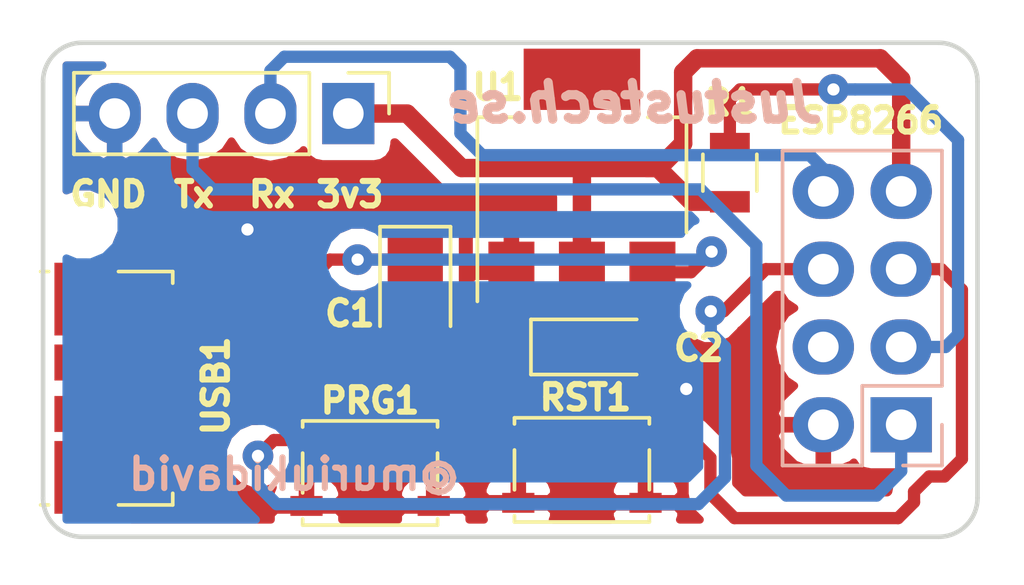
<source format=kicad_pcb>
(kicad_pcb (version 4) (host pcbnew 4.0.7)

  (general
    (links 0)
    (no_connects 0)
    (area 57.074999 93.015999 87.705001 109.295001)
    (thickness 1.6)
    (drawings 14)
    (tracks 107)
    (zones 0)
    (modules 12)
    (nets 9)
  )

  (page User 148.006 210.007)
  (title_block
    (title "LiPo Charger")
    (date 2018-09-21)
    (rev 1)
    (company Sign-IO)
    (comment 1 @muriukidavid)
    (comment 4 Karibe)
  )

  (layers
    (0 F.Cu signal)
    (31 B.Cu signal)
    (32 B.Adhes user)
    (33 F.Adhes user)
    (34 B.Paste user)
    (35 F.Paste user)
    (36 B.SilkS user)
    (37 F.SilkS user)
    (38 B.Mask user)
    (39 F.Mask user)
    (40 Dwgs.User user)
    (41 Cmts.User user)
    (42 Eco1.User user)
    (43 Eco2.User user)
    (44 Edge.Cuts user)
    (45 Margin user)
    (46 B.CrtYd user)
    (47 F.CrtYd user)
    (48 B.Fab user hide)
    (49 F.Fab user hide)
  )

  (setup
    (last_trace_width 0.4)
    (trace_clearance 0.2)
    (zone_clearance 0.508)
    (zone_45_only no)
    (trace_min 0.2)
    (segment_width 0.2)
    (edge_width 0.15)
    (via_size 0.6)
    (via_drill 0.4)
    (via_min_size 0.4)
    (via_min_drill 0.3)
    (uvia_size 0.3)
    (uvia_drill 0.1)
    (uvias_allowed no)
    (uvia_min_size 0.2)
    (uvia_min_drill 0.1)
    (pcb_text_width 0.3)
    (pcb_text_size 1.5 1.5)
    (mod_edge_width 0.15)
    (mod_text_size 1 1)
    (mod_text_width 0.15)
    (pad_size 1.2 1.2)
    (pad_drill 1.2)
    (pad_to_mask_clearance 0)
    (aux_axis_origin 0 0)
    (visible_elements FFFFEF7F)
    (pcbplotparams
      (layerselection 0x010fc_80000001)
      (usegerberextensions true)
      (excludeedgelayer true)
      (linewidth 0.100000)
      (plotframeref false)
      (viasonmask false)
      (mode 1)
      (useauxorigin false)
      (hpglpennumber 1)
      (hpglpenspeed 20)
      (hpglpendiameter 15)
      (hpglpenoverlay 2)
      (psnegative false)
      (psa4output false)
      (plotreference true)
      (plotvalue true)
      (plotinvisibletext false)
      (padsonsilk false)
      (subtractmaskfromsilk false)
      (outputformat 1)
      (mirror false)
      (drillshape 0)
      (scaleselection 1)
      (outputdirectory espTestGerbers))
  )

  (net 0 "")
  (net 1 GND)
  (net 2 3v3)
  (net 3 CH_EN)
  (net 4 GPIO0)
  (net 5 Tx)
  (net 6 Rx)
  (net 7 RST)
  (net 8 "Net-(C1-Pad1)")

  (net_class Default "This is the default net class."
    (clearance 0.2)
    (trace_width 0.4)
    (via_dia 0.6)
    (via_drill 0.4)
    (uvia_dia 0.3)
    (uvia_drill 0.1)
    (add_net CH_EN)
    (add_net GND)
    (add_net GPIO0)
    (add_net "Net-(C1-Pad1)")
    (add_net RST)
    (add_net Rx)
    (add_net Tx)
  )

  (net_class power ""
    (clearance 0.2)
    (trace_width 0.6)
    (via_dia 1.5)
    (via_drill 1)
    (uvia_dia 0.3)
    (uvia_drill 0.1)
    (add_net 3v3)
  )

  (module Connectors_USB:USB_Micro-B_Molex_47346-0001 (layer F.Cu) (tedit 5C101852) (tstamp 5B99B171)
    (at 58.4708 104.3699 270)
    (descr "Micro USB B receptable with flange, bottom-mount, SMD, right-angle (http://www.molex.com/pdm_docs/sd/473460001_sd.pdf)")
    (tags "Micro B USB SMD")
    (path /5B999852)
    (attr smd)
    (fp_text reference USB1 (at -0.0775 -4.318 270) (layer F.SilkS)
      (effects (font (size 0.8 0.8) (thickness 0.2)))
    )
    (fp_text value USB_B_Micro (at 0 3.4 450) (layer F.Fab)
      (effects (font (size 1 1) (thickness 0.15)))
    )
    (fp_text user "PCB Edge" (at 0 1.47 450) (layer Dwgs.User)
      (effects (font (size 0.4 0.4) (thickness 0.04)))
    )
    (fp_text user %R (at 0 0 270) (layer F.Fab)
      (effects (font (size 1 1) (thickness 0.15)))
    )
    (fp_line (start 3.81 -2.91) (end 3.43 -2.91) (layer F.SilkS) (width 0.12))
    (fp_line (start 4.6 2.7) (end -4.6 2.7) (layer F.CrtYd) (width 0.05))
    (fp_line (start 4.6 -3.9) (end 4.6 2.7) (layer F.CrtYd) (width 0.05))
    (fp_line (start -4.6 -3.9) (end 4.6 -3.9) (layer F.CrtYd) (width 0.05))
    (fp_line (start -4.6 2.7) (end -4.6 -3.9) (layer F.CrtYd) (width 0.05))
    (fp_line (start 3.75 2.15) (end -3.75 2.15) (layer F.Fab) (width 0.1))
    (fp_line (start 3.75 -2.85) (end 3.75 2.15) (layer F.Fab) (width 0.1))
    (fp_line (start -3.75 -2.85) (end 3.75 -2.85) (layer F.Fab) (width 0.1))
    (fp_line (start -3.75 2.15) (end -3.75 -2.85) (layer F.Fab) (width 0.1))
    (fp_line (start 3.81 1.14) (end 3.81 1.4) (layer F.SilkS) (width 0.12))
    (fp_line (start 3.81 -2.91) (end 3.81 -1.14) (layer F.SilkS) (width 0.12))
    (fp_line (start -3.81 -2.91) (end -3.43 -2.91) (layer F.SilkS) (width 0.12))
    (fp_line (start -3.81 -1.14) (end -3.81 -2.91) (layer F.SilkS) (width 0.12))
    (fp_line (start -3.81 1.4) (end -3.81 1.14) (layer F.SilkS) (width 0.12))
    (fp_line (start -3.25 1.45) (end 3.25 1.45) (layer F.Fab) (width 0.1))
    (pad 1 smd rect (at -1.3 -2.66 270) (size 0.45 1.38) (layers F.Cu F.Paste F.Mask)
      (net 8 "Net-(C1-Pad1)"))
    (pad 2 smd rect (at -0.65 -2.66 270) (size 0.45 1.38) (layers F.Cu F.Paste F.Mask))
    (pad 3 smd rect (at 0 -2.66 270) (size 0.45 1.38) (layers F.Cu F.Paste F.Mask))
    (pad 4 smd rect (at 0.65 -2.66 270) (size 0.45 1.38) (layers F.Cu F.Paste F.Mask))
    (pad 5 smd rect (at 1.3 -2.66 270) (size 0.45 1.38) (layers F.Cu F.Paste F.Mask)
      (net 1 GND))
    (pad 6 smd rect (at -2.4625 -2.3 270) (size 1.475 2.1) (layers F.Cu F.Paste F.Mask)
      (net 1 GND))
    (pad 6 smd rect (at 2.4625 -2.3 270) (size 1.475 2.1) (layers F.Cu F.Paste F.Mask)
      (net 1 GND))
    (pad 6 smd rect (at -2.91 0 270) (size 2.375 1.9) (layers F.Cu F.Paste F.Mask)
      (net 1 GND))
    (pad 6 smd rect (at 2.91 0 270) (size 2.375 1.9) (layers F.Cu F.Paste F.Mask)
      (net 1 GND))
    (pad 6 smd rect (at -0.84 0 270) (size 1.175 1.9) (layers F.Cu F.Paste F.Mask)
      (net 1 GND))
    (pad 6 smd rect (at 0.84 0 270) (size 1.175 1.9) (layers F.Cu F.Paste F.Mask)
      (net 1 GND))
    (model ${KISYS3DMOD}/Connectors_USB.3dshapes/USB_Micro-B_Molex_47346-0001.wrl
      (at (xyz 0 0 0))
      (scale (xyz 1 1 1))
      (rotate (xyz 0 0 0))
    )
  )

  (module Pin_Headers:Pin_Header_Straight_1x04_Pitch2.54mm (layer F.Cu) (tedit 5C101793) (tstamp 5B99B61C)
    (at 67.1068 95.4024 270)
    (descr "Through hole straight pin header, 1x04, 2.54mm pitch, single row")
    (tags "Through hole pin header THT 1x04 2.54mm single row")
    (path /5B99BAB5)
    (fp_text reference UART_COMM1 (at -1.8034 2.4003 360) (layer F.SilkS) hide
      (effects (font (size 0.6 0.6) (thickness 0.15)))
    )
    (fp_text value Conn_01x04 (at 0 9.95 270) (layer F.Fab)
      (effects (font (size 1 1) (thickness 0.15)))
    )
    (fp_line (start -0.635 -1.27) (end 1.27 -1.27) (layer F.Fab) (width 0.1))
    (fp_line (start 1.27 -1.27) (end 1.27 8.89) (layer F.Fab) (width 0.1))
    (fp_line (start 1.27 8.89) (end -1.27 8.89) (layer F.Fab) (width 0.1))
    (fp_line (start -1.27 8.89) (end -1.27 -0.635) (layer F.Fab) (width 0.1))
    (fp_line (start -1.27 -0.635) (end -0.635 -1.27) (layer F.Fab) (width 0.1))
    (fp_line (start -1.33 8.95) (end 1.33 8.95) (layer F.SilkS) (width 0.12))
    (fp_line (start -1.33 1.27) (end -1.33 8.95) (layer F.SilkS) (width 0.12))
    (fp_line (start 1.33 1.27) (end 1.33 8.95) (layer F.SilkS) (width 0.12))
    (fp_line (start -1.33 1.27) (end 1.33 1.27) (layer F.SilkS) (width 0.12))
    (fp_line (start -1.33 0) (end -1.33 -1.33) (layer F.SilkS) (width 0.12))
    (fp_line (start -1.33 -1.33) (end 0 -1.33) (layer F.SilkS) (width 0.12))
    (fp_line (start -1.8 -1.8) (end -1.8 9.4) (layer F.CrtYd) (width 0.05))
    (fp_line (start -1.8 9.4) (end 1.8 9.4) (layer F.CrtYd) (width 0.05))
    (fp_line (start 1.8 9.4) (end 1.8 -1.8) (layer F.CrtYd) (width 0.05))
    (fp_line (start 1.8 -1.8) (end -1.8 -1.8) (layer F.CrtYd) (width 0.05))
    (fp_text user %R (at 0 3.81 360) (layer F.Fab)
      (effects (font (size 1 1) (thickness 0.15)))
    )
    (pad 1 thru_hole rect (at 0 0 270) (size 2 1.7) (drill 1) (layers *.Cu *.Mask)
      (net 2 3v3))
    (pad 2 thru_hole oval (at 0 2.54 270) (size 2 1.7) (drill 1) (layers *.Cu *.Mask)
      (net 6 Rx))
    (pad 3 thru_hole oval (at 0 5.08 270) (size 2 1.7) (drill 1) (layers *.Cu *.Mask)
      (net 5 Tx))
    (pad 4 thru_hole oval (at 0 7.62 270) (size 2 1.7) (drill 1) (layers *.Cu *.Mask)
      (net 1 GND))
    (model ${KISYS3DMOD}/Pin_Headers.3dshapes/Pin_Header_Straight_1x04_Pitch2.54mm.wrl
      (at (xyz 0 0 0))
      (scale (xyz 1 1 1))
      (rotate (xyz 0 0 0))
    )
  )

  (module Buttons_Switches_SMD:SW_SPST_PTS810 (layer F.Cu) (tedit 5C101835) (tstamp 5B99B62F)
    (at 74.7268 107.0356)
    (descr "C&K Components, PTS 810 Series, Microminiature SMT Top Actuated, http://www.ckswitches.com/media/1476/pts810.pdf")
    (tags "SPST Button Switch")
    (path /5B99BEE0)
    (attr smd)
    (fp_text reference RST1 (at 0.1143 -2.3622 180) (layer F.SilkS)
      (effects (font (size 0.8 0.8) (thickness 0.2)))
    )
    (fp_text value SW_SPST (at 0 2.6) (layer F.Fab)
      (effects (font (size 1 1) (thickness 0.15)))
    )
    (fp_line (start -2.85 -1.85) (end 2.85 -1.85) (layer F.CrtYd) (width 0.05))
    (fp_line (start -2.85 1.85) (end -2.85 -1.85) (layer F.CrtYd) (width 0.05))
    (fp_line (start 2.85 1.85) (end -2.85 1.85) (layer F.CrtYd) (width 0.05))
    (fp_line (start 2.85 -1.85) (end 2.85 1.85) (layer F.CrtYd) (width 0.05))
    (fp_text user %R (at 0 0) (layer F.Fab)
      (effects (font (size 0.6 0.6) (thickness 0.06)))
    )
    (fp_line (start 2.2 -1.5) (end 2.2 -1.7) (layer F.SilkS) (width 0.12))
    (fp_line (start 2.2 0.65) (end 2.2 -0.65) (layer F.SilkS) (width 0.12))
    (fp_line (start 2.2 1.7) (end 2.2 1.5) (layer F.SilkS) (width 0.12))
    (fp_line (start -2.2 1.7) (end 2.2 1.7) (layer F.SilkS) (width 0.12))
    (fp_line (start -2.2 1.5) (end -2.2 1.7) (layer F.SilkS) (width 0.12))
    (fp_line (start -2.2 -0.65) (end -2.2 0.65) (layer F.SilkS) (width 0.12))
    (fp_line (start -2.2 -1.7) (end -2.2 -1.5) (layer F.SilkS) (width 0.12))
    (fp_line (start 2.2 -1.7) (end -2.2 -1.7) (layer F.SilkS) (width 0.12))
    (fp_line (start 0.4 1.1) (end -0.4 1.1) (layer F.Fab) (width 0.1))
    (fp_line (start -0.4 -1.1) (end 0.4 -1.1) (layer F.Fab) (width 0.1))
    (fp_arc (start -0.4 0) (end -0.4 1.1) (angle 180) (layer F.Fab) (width 0.1))
    (fp_line (start -2.1 1.6) (end 2.1 1.6) (layer F.Fab) (width 0.1))
    (fp_line (start -2.1 -1.6) (end -2.1 1.6) (layer F.Fab) (width 0.1))
    (fp_line (start 2.1 -1.6) (end -2.1 -1.6) (layer F.Fab) (width 0.1))
    (fp_line (start 2.1 1.6) (end 2.1 -1.6) (layer F.Fab) (width 0.1))
    (fp_arc (start 0.4 0) (end 0.4 -1.1) (angle 180) (layer F.Fab) (width 0.1))
    (pad 1 smd rect (at -2.075 -1.075) (size 1.05 0.65) (layers F.Cu F.Paste F.Mask)
      (net 7 RST))
    (pad 1 smd rect (at 2.075 -1.075) (size 1.05 0.65) (layers F.Cu F.Paste F.Mask)
      (net 7 RST))
    (pad 2 smd rect (at -2.075 1.075) (size 1.05 0.65) (layers F.Cu F.Paste F.Mask)
      (net 1 GND))
    (pad 2 smd rect (at 2.075 1.075) (size 1.05 0.65) (layers F.Cu F.Paste F.Mask)
      (net 1 GND))
    (model "/home/muriuki/src/just-us/circuit_board/ESP8266_test/3D_models/User Library-PTS810_Body_sp.wrl"
      (at (xyz 0 0 0))
      (scale (xyz 1 1 1))
      (rotate (xyz 0 0 0))
    )
  )

  (module TO_SOT_Packages_SMD:SOT-223 (layer F.Cu) (tedit 5C101923) (tstamp 5B99BB07)
    (at 74.7268 97.4344 90)
    (descr "module CMS SOT223 4 pins")
    (tags "CMS SOT")
    (path /5C377BC8)
    (attr smd)
    (fp_text reference U1 (at 2.8956 -2.7432 180) (layer F.SilkS)
      (effects (font (size 0.8 0.8) (thickness 0.2)))
    )
    (fp_text value LT1117-3.3 (at 0 4.5 90) (layer F.Fab)
      (effects (font (size 1 1) (thickness 0.15)))
    )
    (fp_text user %R (at 0 0 180) (layer F.Fab)
      (effects (font (size 0.8 0.8) (thickness 0.12)))
    )
    (fp_line (start -1.85 -2.3) (end -0.8 -3.35) (layer F.Fab) (width 0.1))
    (fp_line (start 1.91 3.41) (end 1.91 2.15) (layer F.SilkS) (width 0.12))
    (fp_line (start 1.91 -3.41) (end 1.91 -2.15) (layer F.SilkS) (width 0.12))
    (fp_line (start 4.4 -3.6) (end -4.4 -3.6) (layer F.CrtYd) (width 0.05))
    (fp_line (start 4.4 3.6) (end 4.4 -3.6) (layer F.CrtYd) (width 0.05))
    (fp_line (start -4.4 3.6) (end 4.4 3.6) (layer F.CrtYd) (width 0.05))
    (fp_line (start -4.4 -3.6) (end -4.4 3.6) (layer F.CrtYd) (width 0.05))
    (fp_line (start -1.85 -2.3) (end -1.85 3.35) (layer F.Fab) (width 0.1))
    (fp_line (start -1.85 3.41) (end 1.91 3.41) (layer F.SilkS) (width 0.12))
    (fp_line (start -0.8 -3.35) (end 1.85 -3.35) (layer F.Fab) (width 0.1))
    (fp_line (start -4.1 -3.41) (end 1.91 -3.41) (layer F.SilkS) (width 0.12))
    (fp_line (start -1.85 3.35) (end 1.85 3.35) (layer F.Fab) (width 0.1))
    (fp_line (start 1.85 -3.35) (end 1.85 3.35) (layer F.Fab) (width 0.1))
    (pad 4 smd rect (at 3.15 0 90) (size 2 3.8) (layers F.Cu F.Paste F.Mask))
    (pad 2 smd rect (at -3.15 0 90) (size 2 1.5) (layers F.Cu F.Paste F.Mask)
      (net 2 3v3))
    (pad 3 smd rect (at -3.15 2.3 90) (size 2 1.5) (layers F.Cu F.Paste F.Mask)
      (net 8 "Net-(C1-Pad1)"))
    (pad 1 smd rect (at -3.15 -2.3 90) (size 2 1.5) (layers F.Cu F.Paste F.Mask)
      (net 1 GND))
    (model ${KISYS3DMOD}/TO_SOT_Packages_SMD.3dshapes/SOT-223.wrl
      (at (xyz 0 0 0))
      (scale (xyz 1 1 1))
      (rotate (xyz 0 0 0))
    )
  )

  (module Socket_Strips:Socket_Strip_Straight_2x04_Pitch2.54mm (layer B.Cu) (tedit 5C101884) (tstamp 5B99B187)
    (at 85.1408 105.5624)
    (descr "Through hole straight socket strip, 2x04, 2.54mm pitch, double rows")
    (tags "Through hole socket strip THT 2x04 2.54mm double row")
    (path /5B99949F)
    (fp_text reference ESP8266 (at -1.3208 -9.9314) (layer F.SilkS)
      (effects (font (size 0.8 0.8) (thickness 0.2)))
    )
    (fp_text value Conn_02x04_Odd_Even (at -1.27 -9.95) (layer B.Fab)
      (effects (font (size 1 1) (thickness 0.15)) (justify mirror))
    )
    (fp_line (start -3.81 1.27) (end -3.81 -8.89) (layer B.Fab) (width 0.1))
    (fp_line (start -3.81 -8.89) (end 1.27 -8.89) (layer B.Fab) (width 0.1))
    (fp_line (start 1.27 -8.89) (end 1.27 1.27) (layer B.Fab) (width 0.1))
    (fp_line (start 1.27 1.27) (end -3.81 1.27) (layer B.Fab) (width 0.1))
    (fp_line (start 1.33 -1.27) (end 1.33 -8.95) (layer B.SilkS) (width 0.12))
    (fp_line (start 1.33 -8.95) (end -3.87 -8.95) (layer B.SilkS) (width 0.12))
    (fp_line (start -3.87 -8.95) (end -3.87 1.33) (layer B.SilkS) (width 0.12))
    (fp_line (start -3.87 1.33) (end -1.27 1.33) (layer B.SilkS) (width 0.12))
    (fp_line (start -1.27 1.33) (end -1.27 -1.27) (layer B.SilkS) (width 0.12))
    (fp_line (start -1.27 -1.27) (end 1.33 -1.27) (layer B.SilkS) (width 0.12))
    (fp_line (start 1.33 0) (end 1.33 1.33) (layer B.SilkS) (width 0.12))
    (fp_line (start 1.33 1.33) (end 0.06 1.33) (layer B.SilkS) (width 0.12))
    (fp_line (start -4.35 1.8) (end -4.35 -9.4) (layer B.CrtYd) (width 0.05))
    (fp_line (start -4.35 -9.4) (end 1.8 -9.4) (layer B.CrtYd) (width 0.05))
    (fp_line (start 1.8 -9.4) (end 1.8 1.8) (layer B.CrtYd) (width 0.05))
    (fp_line (start 1.8 1.8) (end -4.35 1.8) (layer B.CrtYd) (width 0.05))
    (fp_text user %R (at -1.27 2.33) (layer B.Fab)
      (effects (font (size 1 1) (thickness 0.15)) (justify mirror))
    )
    (pad 1 thru_hole rect (at 0 0) (size 2 1.8) (drill 1) (layers *.Cu *.Mask)
      (net 5 Tx))
    (pad 2 thru_hole oval (at -2.54 0) (size 2 1.8) (drill 1) (layers *.Cu *.Mask)
      (net 1 GND))
    (pad 3 thru_hole oval (at 0 -2.54) (size 2 1.8) (drill 1) (layers *.Cu *.Mask)
      (net 3 CH_EN))
    (pad 4 thru_hole oval (at -2.54 -2.54) (size 2 1.8) (drill 1) (layers *.Cu *.Mask))
    (pad 5 thru_hole oval (at 0 -5.08) (size 2 1.8) (drill 1) (layers *.Cu *.Mask)
      (net 7 RST))
    (pad 6 thru_hole oval (at -2.54 -5.08) (size 2 1.8) (drill 1) (layers *.Cu *.Mask)
      (net 4 GPIO0))
    (pad 7 thru_hole oval (at 0 -7.62) (size 2 1.8) (drill 1) (layers *.Cu *.Mask)
      (net 2 3v3))
    (pad 8 thru_hole oval (at -2.54 -7.62) (size 2 1.8) (drill 1) (layers *.Cu *.Mask)
      (net 6 Rx))
    (model ${KISYS3DMOD}/Socket_Strips.3dshapes/Socket_Strip_Straight_2x04_Pitch2.54mm.wrl
      (at (xyz -0.05 -0.15 -0.08))
      (scale (xyz 1 1 1))
      (rotate (xyz 0 180 270))
    )
  )

  (module Mounting_Holes:MountingHole_2.2mm_M2 (layer F.Cu) (tedit 5BEBE721) (tstamp 5BFDCB21)
    (at 58.4708 99.0219)
    (descr "Mounting Hole 2.2mm, no annular, M2")
    (tags "mounting hole 2.2mm no annular m2")
    (path /5BEBE4ED)
    (attr virtual)
    (fp_text reference MK1 (at 0 -3.2) (layer F.SilkS) hide
      (effects (font (size 1 1) (thickness 0.15)))
    )
    (fp_text value Mounting_Hole (at 0 3.2) (layer F.Fab)
      (effects (font (size 1 1) (thickness 0.15)))
    )
    (fp_text user %R (at 0.3 0) (layer F.Fab)
      (effects (font (size 1 1) (thickness 0.15)))
    )
    (fp_circle (center 0 0) (end 2.2 0) (layer Cmts.User) (width 0.15))
    (fp_circle (center 0 0) (end 2.45 0) (layer F.CrtYd) (width 0.05))
    (pad "" np_thru_hole circle (at 0 0) (size 1.2 1.2) (drill 1.2) (layers *.Cu *.Mask))
  )

  (module Mounting_Holes:MountingHole_2.2mm_M2 (layer F.Cu) (tedit 5BEBE71D) (tstamp 5BFDCB29)
    (at 86.6775 94.1705)
    (descr "Mounting Hole 2.2mm, no annular, M2")
    (tags "mounting hole 2.2mm no annular m2")
    (path /5BEBE69C)
    (attr virtual)
    (fp_text reference MK2 (at 0 -3.2) (layer F.SilkS) hide
      (effects (font (size 1 1) (thickness 0.15)))
    )
    (fp_text value Mounting_Hole (at 0 3.2) (layer F.Fab)
      (effects (font (size 1 1) (thickness 0.15)))
    )
    (fp_text user %R (at 0.3 0) (layer F.Fab)
      (effects (font (size 1 1) (thickness 0.15)))
    )
    (fp_circle (center 0 0) (end 2.2 0) (layer Cmts.User) (width 0.15))
    (fp_circle (center 0 0) (end 2.45 0) (layer F.CrtYd) (width 0.05))
    (pad "" np_thru_hole circle (at 0 0) (size 1.2 1.2) (drill 1.2) (layers *.Cu *.Mask))
  )

  (module Mounting_Holes:MountingHole_2.2mm_M2 (layer F.Cu) (tedit 5BEBE718) (tstamp 5BFDCB31)
    (at 86.614 108.331)
    (descr "Mounting Hole 2.2mm, no annular, M2")
    (tags "mounting hole 2.2mm no annular m2")
    (path /5BEBE6D1)
    (attr virtual)
    (fp_text reference MK3 (at 0 -3.2) (layer F.SilkS) hide
      (effects (font (size 1 1) (thickness 0.15)))
    )
    (fp_text value Mounting_Hole (at 0 3.2) (layer F.Fab)
      (effects (font (size 1 1) (thickness 0.15)))
    )
    (fp_text user %R (at 0.3 0) (layer F.Fab)
      (effects (font (size 1 1) (thickness 0.15)))
    )
    (fp_circle (center 0 0) (end 2.2 0) (layer Cmts.User) (width 0.15))
    (fp_circle (center 0 0) (end 2.45 0) (layer F.CrtYd) (width 0.05))
    (pad "" np_thru_hole circle (at 0 0) (size 1.2 1.2) (drill 1.2) (layers *.Cu *.Mask))
  )

  (module Capacitors_Tantalum_SMD:CP_Tantalum_Case-R_EIA-2012-12_Reflow (layer F.Cu) (tedit 5C10DE84) (tstamp 5C10DD46)
    (at 69.2912 101.346 270)
    (descr "Tantalum capacitor, Case R, EIA 2012-12, 2.0x1.3x1.2mm, Reflow soldering footprint")
    (tags "capacitor tantalum smd")
    (path /5B9998B7)
    (attr smd)
    (fp_text reference C1 (at 0.5842 2.1336 360) (layer F.SilkS)
      (effects (font (size 0.8 0.8) (thickness 0.2)))
    )
    (fp_text value 0.1uF (at 0 2.4 270) (layer F.Fab)
      (effects (font (size 1 1) (thickness 0.15)))
    )
    (fp_text user %R (at 0 0 270) (layer F.Fab)
      (effects (font (size 0.5 0.5) (thickness 0.075)))
    )
    (fp_line (start -2.35 -1.3) (end -2.35 1.3) (layer F.CrtYd) (width 0.05))
    (fp_line (start -2.35 1.3) (end 2.35 1.3) (layer F.CrtYd) (width 0.05))
    (fp_line (start 2.35 1.3) (end 2.35 -1.3) (layer F.CrtYd) (width 0.05))
    (fp_line (start 2.35 -1.3) (end -2.35 -1.3) (layer F.CrtYd) (width 0.05))
    (fp_line (start -1 -0.65) (end -1 0.65) (layer F.Fab) (width 0.1))
    (fp_line (start -1 0.65) (end 1 0.65) (layer F.Fab) (width 0.1))
    (fp_line (start 1 0.65) (end 1 -0.65) (layer F.Fab) (width 0.1))
    (fp_line (start 1 -0.65) (end -1 -0.65) (layer F.Fab) (width 0.1))
    (fp_line (start -0.8 -0.65) (end -0.8 0.65) (layer F.Fab) (width 0.1))
    (fp_line (start -0.7 -0.65) (end -0.7 0.65) (layer F.Fab) (width 0.1))
    (fp_line (start -2.25 -1.15) (end 1 -1.15) (layer F.SilkS) (width 0.12))
    (fp_line (start -2.25 1.15) (end 1 1.15) (layer F.SilkS) (width 0.12))
    (fp_line (start -2.25 -1.15) (end -2.25 1.15) (layer F.SilkS) (width 0.12))
    (pad 1 smd rect (at -1.175 0 270) (size 1.55 1.8) (layers F.Cu F.Paste F.Mask)
      (net 8 "Net-(C1-Pad1)"))
    (pad 2 smd rect (at 1.175 0 270) (size 1.55 1.8) (layers F.Cu F.Paste F.Mask)
      (net 1 GND))
    (model Capacitors_Tantalum_SMD.3dshapes/CP_Tantalum_Case-R_EIA-2012-12.wrl
      (at (xyz 0 0 0))
      (scale (xyz 1 1 1))
      (rotate (xyz 0 0 0))
    )
  )

  (module Capacitors_Tantalum_SMD:CP_Tantalum_Case-R_EIA-2012-12_Wave (layer F.Cu) (tedit 5C113259) (tstamp 5C10DF9D)
    (at 75.5142 103.0224)
    (descr "Tantalum capacitor, Case R, EIA 2012-12, 2.0x1.3x1.2mm, Wave soldering footprint")
    (tags "capacitor tantalum smd")
    (path /5B99993C)
    (attr smd)
    (fp_text reference C2 (at 3.0226 0.0381) (layer F.SilkS)
      (effects (font (size 0.8 0.8) (thickness 0.2)))
    )
    (fp_text value 0.1uF (at 0 2.4) (layer F.Fab)
      (effects (font (size 1 1) (thickness 0.15)))
    )
    (fp_text user %R (at 0 0) (layer F.Fab)
      (effects (font (size 0.5 0.5) (thickness 0.075)))
    )
    (fp_line (start -2.5 -1.05) (end -2.5 1.05) (layer F.CrtYd) (width 0.05))
    (fp_line (start -2.5 1.05) (end 2.5 1.05) (layer F.CrtYd) (width 0.05))
    (fp_line (start 2.5 1.05) (end 2.5 -1.05) (layer F.CrtYd) (width 0.05))
    (fp_line (start 2.5 -1.05) (end -2.5 -1.05) (layer F.CrtYd) (width 0.05))
    (fp_line (start -1 -0.65) (end -1 0.65) (layer F.Fab) (width 0.1))
    (fp_line (start -1 0.65) (end 1 0.65) (layer F.Fab) (width 0.1))
    (fp_line (start 1 0.65) (end 1 -0.65) (layer F.Fab) (width 0.1))
    (fp_line (start 1 -0.65) (end -1 -0.65) (layer F.Fab) (width 0.1))
    (fp_line (start -0.8 -0.65) (end -0.8 0.65) (layer F.Fab) (width 0.1))
    (fp_line (start -0.7 -0.65) (end -0.7 0.65) (layer F.Fab) (width 0.1))
    (fp_line (start -2.45 -0.9) (end 1 -0.9) (layer F.SilkS) (width 0.12))
    (fp_line (start -2.45 0.9) (end 1 0.9) (layer F.SilkS) (width 0.12))
    (fp_line (start -2.45 -0.9) (end -2.45 0.9) (layer F.SilkS) (width 0.12))
    (pad 1 smd rect (at -1.275 0) (size 1.75 1.26) (layers F.Cu F.Paste F.Mask)
      (net 2 3v3))
    (pad 2 smd rect (at 1.275 0) (size 1.75 1.26) (layers F.Cu F.Paste F.Mask)
      (net 1 GND))
    (model Capacitors_Tantalum_SMD.3dshapes/CP_Tantalum_Case-R_EIA-2012-12.wrl
      (at (xyz 0 0 0))
      (scale (xyz 1 1 1))
      (rotate (xyz 0 0 0))
    )
  )

  (module Resistors_SMD:R_0805 (layer F.Cu) (tedit 5C10DFD6) (tstamp 5C10DFA2)
    (at 79.5528 97.3328 90)
    (descr "Resistor SMD 0805, reflow soldering, Vishay (see dcrcw.pdf)")
    (tags "resistor 0805")
    (path /5B99A668)
    (attr smd)
    (fp_text reference R1 (at 2.286 0 180) (layer F.SilkS)
      (effects (font (size 0.8 0.8) (thickness 0.2)))
    )
    (fp_text value 10K (at 0 1.75 90) (layer F.Fab)
      (effects (font (size 1 1) (thickness 0.15)))
    )
    (fp_text user %R (at 0 0 90) (layer F.Fab)
      (effects (font (size 0.5 0.5) (thickness 0.075)))
    )
    (fp_line (start -1 0.62) (end -1 -0.62) (layer F.Fab) (width 0.1))
    (fp_line (start 1 0.62) (end -1 0.62) (layer F.Fab) (width 0.1))
    (fp_line (start 1 -0.62) (end 1 0.62) (layer F.Fab) (width 0.1))
    (fp_line (start -1 -0.62) (end 1 -0.62) (layer F.Fab) (width 0.1))
    (fp_line (start 0.6 0.88) (end -0.6 0.88) (layer F.SilkS) (width 0.12))
    (fp_line (start -0.6 -0.88) (end 0.6 -0.88) (layer F.SilkS) (width 0.12))
    (fp_line (start -1.55 -0.9) (end 1.55 -0.9) (layer F.CrtYd) (width 0.05))
    (fp_line (start -1.55 -0.9) (end -1.55 0.9) (layer F.CrtYd) (width 0.05))
    (fp_line (start 1.55 0.9) (end 1.55 -0.9) (layer F.CrtYd) (width 0.05))
    (fp_line (start 1.55 0.9) (end -1.55 0.9) (layer F.CrtYd) (width 0.05))
    (pad 1 smd rect (at -0.95 0 90) (size 0.7 1.3) (layers F.Cu F.Paste F.Mask)
      (net 2 3v3))
    (pad 2 smd rect (at 0.95 0 90) (size 0.7 1.3) (layers F.Cu F.Paste F.Mask)
      (net 3 CH_EN))
    (model ${KISYS3DMOD}/Resistors_SMD.3dshapes/R_0805.wrl
      (at (xyz 0 0 0))
      (scale (xyz 1 1 1))
      (rotate (xyz 0 0 0))
    )
  )

  (module Buttons_Switches_SMD:SW_SPST_PTS810 (layer F.Cu) (tedit 5C11354B) (tstamp 5C11320A)
    (at 67.818 107.1372)
    (descr "C&K Components, PTS 810 Series, Microminiature SMT Top Actuated, http://www.ckswitches.com/media/1476/pts810.pdf")
    (tags "SPST Button Switch")
    (path /5B99A99A)
    (attr smd)
    (fp_text reference PRG1 (at 0 -2.3622) (layer F.SilkS)
      (effects (font (size 0.8 0.8) (thickness 0.2)))
    )
    (fp_text value SW_SPST (at 0 2.6) (layer F.Fab)
      (effects (font (size 1 1) (thickness 0.15)))
    )
    (fp_line (start -2.85 -1.85) (end 2.85 -1.85) (layer F.CrtYd) (width 0.05))
    (fp_line (start -2.85 1.85) (end -2.85 -1.85) (layer F.CrtYd) (width 0.05))
    (fp_line (start 2.85 1.85) (end -2.85 1.85) (layer F.CrtYd) (width 0.05))
    (fp_line (start 2.85 -1.85) (end 2.85 1.85) (layer F.CrtYd) (width 0.05))
    (fp_text user %R (at 0 0) (layer F.Fab)
      (effects (font (size 0.6 0.6) (thickness 0.06)))
    )
    (fp_line (start 2.2 -1.5) (end 2.2 -1.7) (layer F.SilkS) (width 0.12))
    (fp_line (start 2.2 0.65) (end 2.2 -0.65) (layer F.SilkS) (width 0.12))
    (fp_line (start 2.2 1.7) (end 2.2 1.5) (layer F.SilkS) (width 0.12))
    (fp_line (start -2.2 1.7) (end 2.2 1.7) (layer F.SilkS) (width 0.12))
    (fp_line (start -2.2 1.5) (end -2.2 1.7) (layer F.SilkS) (width 0.12))
    (fp_line (start -2.2 -0.65) (end -2.2 0.65) (layer F.SilkS) (width 0.12))
    (fp_line (start -2.2 -1.7) (end -2.2 -1.5) (layer F.SilkS) (width 0.12))
    (fp_line (start 2.2 -1.7) (end -2.2 -1.7) (layer F.SilkS) (width 0.12))
    (fp_line (start 0.4 1.1) (end -0.4 1.1) (layer F.Fab) (width 0.1))
    (fp_line (start -0.4 -1.1) (end 0.4 -1.1) (layer F.Fab) (width 0.1))
    (fp_arc (start -0.4 0) (end -0.4 1.1) (angle 180) (layer F.Fab) (width 0.1))
    (fp_line (start -2.1 1.6) (end 2.1 1.6) (layer F.Fab) (width 0.1))
    (fp_line (start -2.1 -1.6) (end -2.1 1.6) (layer F.Fab) (width 0.1))
    (fp_line (start 2.1 -1.6) (end -2.1 -1.6) (layer F.Fab) (width 0.1))
    (fp_line (start 2.1 1.6) (end 2.1 -1.6) (layer F.Fab) (width 0.1))
    (fp_arc (start 0.4 0) (end 0.4 -1.1) (angle 180) (layer F.Fab) (width 0.1))
    (pad 1 smd rect (at -2.075 -1.075) (size 1.05 0.65) (layers F.Cu F.Paste F.Mask)
      (net 4 GPIO0))
    (pad 1 smd rect (at 2.075 -1.075) (size 1.05 0.65) (layers F.Cu F.Paste F.Mask)
      (net 4 GPIO0))
    (pad 2 smd rect (at -2.075 1.075) (size 1.05 0.65) (layers F.Cu F.Paste F.Mask)
      (net 1 GND))
    (pad 2 smd rect (at 2.075 1.075) (size 1.05 0.65) (layers F.Cu F.Paste F.Mask)
      (net 1 GND))
    (model "/home/muriuki/src/just-us/circuit_board/ESP8266_test/3D_models/User Library-PTS810_Body_sp.wrl"
      (at (xyz 0 0 0))
      (scale (xyz 1 1 1))
      (rotate (xyz 0 0 0))
    )
  )

  (gr_arc (start 58.42 107.95) (end 58.42 109.22) (angle 90) (layer Edge.Cuts) (width 0.15))
  (gr_arc (start 86.36 107.95) (end 87.63 107.95) (angle 90) (layer Edge.Cuts) (width 0.15))
  (gr_arc (start 86.36 94.361) (end 86.36 93.091) (angle 90) (layer Edge.Cuts) (width 0.15))
  (gr_arc (start 58.42 94.361) (end 57.15 94.361) (angle 90) (layer Edge.Cuts) (width 0.15))
  (gr_text Justustech.se (at 76.454 95.0468) (layer B.SilkS) (tstamp 5C113780)
    (effects (font (size 1.2 1.2) (thickness 0.3) italic) (justify mirror))
  )
  (gr_text @muriukidavid (at 65.3415 107.1753) (layer B.SilkS)
    (effects (font (size 1 1) (thickness 0.2)) (justify mirror))
  )
  (gr_text 3v3 (at 67.1576 98.044) (layer F.SilkS) (tstamp 5B9AD9CA)
    (effects (font (size 0.8 0.8) (thickness 0.2)))
  )
  (gr_text Rx (at 64.6176 98.044) (layer F.SilkS) (tstamp 5B9AD9BE)
    (effects (font (size 0.8 0.8) (thickness 0.2)))
  )
  (gr_text Tx (at 62.0776 98.044) (layer F.SilkS) (tstamp 5B9AD9B2)
    (effects (font (size 0.8 0.8) (thickness 0.2)))
  )
  (gr_text GND (at 59.2836 98.044) (layer F.SilkS)
    (effects (font (size 0.8 0.8) (thickness 0.2)))
  )
  (gr_line (start 86.36 93.091) (end 58.42 93.091) (layer Edge.Cuts) (width 0.15))
  (gr_line (start 87.63 107.95) (end 87.63 94.361) (layer Edge.Cuts) (width 0.15))
  (gr_line (start 58.42 109.22) (end 86.36 109.22) (layer Edge.Cuts) (width 0.15))
  (gr_line (start 57.15 94.361) (end 57.15 107.95) (layer Edge.Cuts) (width 0.15))

  (segment (start 64.317499 99.686999) (end 63.8175 99.187) (width 0.4) (layer B.Cu) (net 1))
  (segment (start 69.0245 104.394) (end 64.317499 99.686999) (width 0.4) (layer B.Cu) (net 1))
  (segment (start 78.1304 104.394) (end 69.0245 104.394) (width 0.4) (layer B.Cu) (net 1))
  (via (at 63.8175 99.187) (size 1) (drill 0.4) (layers F.Cu B.Cu) (net 1))
  (segment (start 78.837506 104.394) (end 78.1304 104.394) (width 0.4) (layer F.Cu) (net 1))
  (via (at 78.1304 104.394) (size 1) (drill 0.4) (layers F.Cu B.Cu) (net 1))
  (segment (start 82.6008 105.5624) (end 80.005906 105.5624) (width 0.4) (layer F.Cu) (net 1))
  (segment (start 80.005906 105.5624) (end 78.837506 104.394) (width 0.4) (layer F.Cu) (net 1))
  (segment (start 58.4708 107.2799) (end 60.3233 107.2799) (width 0.4) (layer F.Cu) (net 1))
  (segment (start 60.3233 107.2799) (end 60.7708 106.8324) (width 0.4) (layer F.Cu) (net 1))
  (segment (start 60.7708 106.8324) (end 60.7708 106.3104) (width 0.4) (layer F.Cu) (net 1))
  (segment (start 60.7708 106.3104) (end 61.0108 106.0704) (width 0.4) (layer F.Cu) (net 1))
  (segment (start 61.0108 106.0704) (end 61.0108 105.7899) (width 0.4) (layer F.Cu) (net 1))
  (segment (start 61.0108 105.7899) (end 61.1308 105.6699) (width 0.4) (layer F.Cu) (net 1))
  (segment (start 85.1408 94.2848) (end 85.1408 97.9424) (width 0.6) (layer F.Cu) (net 2))
  (segment (start 84.455 93.599) (end 85.1408 94.2848) (width 0.6) (layer F.Cu) (net 2))
  (segment (start 78.486 93.599) (end 84.455 93.599) (width 0.6) (layer F.Cu) (net 2))
  (segment (start 78.0288 94.0562) (end 78.486 93.599) (width 0.6) (layer F.Cu) (net 2))
  (segment (start 78.0288 96.3803) (end 78.0288 94.0562) (width 0.6) (layer F.Cu) (net 2))
  (segment (start 77.2287 97.1804) (end 78.0288 96.3803) (width 0.6) (layer F.Cu) (net 2))
  (segment (start 76.8604 97.1804) (end 77.2287 97.1804) (width 0.6) (layer F.Cu) (net 2))
  (segment (start 70.8025 97.1804) (end 74.7268 97.1804) (width 0.6) (layer F.Cu) (net 2))
  (segment (start 74.7268 97.1804) (end 76.8604 97.1804) (width 0.6) (layer F.Cu) (net 2))
  (segment (start 74.7268 100.5844) (end 74.7268 98.9844) (width 0.6) (layer F.Cu) (net 2))
  (segment (start 74.7268 98.9844) (end 74.7268 97.1804) (width 0.6) (layer F.Cu) (net 2))
  (segment (start 79.5528 98.2828) (end 78.3028 98.2828) (width 0.6) (layer F.Cu) (net 2))
  (segment (start 78.3028 98.2828) (end 77.2004 97.1804) (width 0.6) (layer F.Cu) (net 2))
  (segment (start 77.2004 97.1804) (end 76.8604 97.1804) (width 0.6) (layer F.Cu) (net 2))
  (segment (start 69.0245 95.4024) (end 70.8025 97.1804) (width 0.6) (layer F.Cu) (net 2))
  (segment (start 67.1068 95.4024) (end 69.0245 95.4024) (width 0.6) (layer F.Cu) (net 2))
  (segment (start 74.2392 102.7226) (end 74.7268 102.235) (width 0.6) (layer F.Cu) (net 2))
  (segment (start 74.7268 102.235) (end 74.7268 100.5844) (width 0.6) (layer F.Cu) (net 2))
  (segment (start 74.2392 103.0224) (end 74.2392 102.7226) (width 0.6) (layer F.Cu) (net 2))
  (segment (start 85.1408 103.0224) (end 86.5886 103.0224) (width 0.4) (layer B.Cu) (net 3))
  (segment (start 86.5886 103.0224) (end 86.995 102.616) (width 0.4) (layer B.Cu) (net 3))
  (segment (start 86.995 102.616) (end 86.995 96.266) (width 0.4) (layer B.Cu) (net 3))
  (segment (start 86.995 96.266) (end 85.344 94.615) (width 0.4) (layer B.Cu) (net 3))
  (segment (start 85.344 94.615) (end 83.638106 94.615) (width 0.4) (layer B.Cu) (net 3))
  (segment (start 83.638106 94.615) (end 82.931 94.615) (width 0.4) (layer B.Cu) (net 3))
  (segment (start 79.5528 96.3828) (end 79.5528 94.9452) (width 0.4) (layer F.Cu) (net 3))
  (segment (start 79.5528 94.9452) (end 79.883 94.615) (width 0.4) (layer F.Cu) (net 3))
  (segment (start 79.883 94.615) (end 82.931 94.615) (width 0.4) (layer F.Cu) (net 3))
  (via (at 82.931 94.615) (size 1) (drill 0.4) (layers F.Cu B.Cu) (net 3))
  (segment (start 78.9305 101.854) (end 78.9305 102.561106) (width 0.4) (layer B.Cu) (net 4))
  (segment (start 78.5241 108.1532) (end 64.77 108.1532) (width 0.4) (layer B.Cu) (net 4))
  (segment (start 78.9305 102.561106) (end 79.392399 103.023005) (width 0.4) (layer B.Cu) (net 4))
  (segment (start 79.392399 103.023005) (end 79.392399 107.284901) (width 0.4) (layer B.Cu) (net 4))
  (segment (start 79.392399 107.284901) (end 78.5241 108.1532) (width 0.4) (layer B.Cu) (net 4))
  (segment (start 64.77 108.1532) (end 64.1604 107.5436) (width 0.4) (layer B.Cu) (net 4))
  (segment (start 64.1604 107.5436) (end 64.1604 106.5784) (width 0.4) (layer B.Cu) (net 4))
  (segment (start 69.893 106.0622) (end 68.968 106.0622) (width 0.4) (layer F.Cu) (net 4))
  (segment (start 68.968 106.0622) (end 65.743 106.0622) (width 0.4) (layer F.Cu) (net 4))
  (segment (start 64.1604 106.5784) (end 64.6766 106.0622) (width 0.4) (layer F.Cu) (net 4))
  (segment (start 64.6766 106.0622) (end 65.743 106.0622) (width 0.4) (layer F.Cu) (net 4))
  (via (at 64.1604 106.5784) (size 1) (drill 0.4) (layers F.Cu B.Cu) (net 4))
  (segment (start 82.6008 100.4824) (end 80.726364 100.4824) (width 0.4) (layer F.Cu) (net 4))
  (segment (start 79.354764 101.854) (end 78.9305 101.854) (width 0.4) (layer F.Cu) (net 4))
  (via (at 78.9305 101.854) (size 1) (drill 0.4) (layers F.Cu B.Cu) (net 4))
  (segment (start 80.726364 100.4824) (end 79.354764 101.854) (width 0.4) (layer F.Cu) (net 4))
  (segment (start 85.1408 105.5624) (end 85.1408 107.0737) (width 0.4) (layer B.Cu) (net 5))
  (segment (start 85.1408 107.0737) (end 84.3407 107.8738) (width 0.4) (layer B.Cu) (net 5))
  (segment (start 84.3407 107.8738) (end 81.3943 107.8738) (width 0.4) (layer B.Cu) (net 5))
  (segment (start 81.3943 107.8738) (end 80.4164 106.8959) (width 0.4) (layer B.Cu) (net 5))
  (segment (start 80.4164 106.8959) (end 80.4164 99.695) (width 0.4) (layer B.Cu) (net 5))
  (segment (start 80.4164 99.695) (end 78.6003 97.8789) (width 0.4) (layer B.Cu) (net 5))
  (segment (start 78.6003 97.8789) (end 62.6872 97.8789) (width 0.4) (layer B.Cu) (net 5))
  (segment (start 62.0268 97.2185) (end 62.0268 95.4024) (width 0.4) (layer B.Cu) (net 5))
  (segment (start 62.6872 97.8789) (end 62.0268 97.2185) (width 0.4) (layer B.Cu) (net 5))
  (segment (start 82.6008 97.9424) (end 82.6008 97.2058) (width 0.4) (layer B.Cu) (net 6))
  (segment (start 82.6008 97.2058) (end 82.1563 96.7613) (width 0.4) (layer B.Cu) (net 6))
  (segment (start 82.1563 96.7613) (end 71.4756 96.7613) (width 0.4) (layer B.Cu) (net 6))
  (segment (start 71.4756 96.7613) (end 70.7644 96.0501) (width 0.4) (layer B.Cu) (net 6))
  (segment (start 70.4215 93.5482) (end 65.021 93.5482) (width 0.4) (layer B.Cu) (net 6))
  (segment (start 70.7644 96.0501) (end 70.7644 93.8911) (width 0.4) (layer B.Cu) (net 6))
  (segment (start 70.7644 93.8911) (end 70.4215 93.5482) (width 0.4) (layer B.Cu) (net 6))
  (segment (start 65.021 93.5482) (end 64.5668 94.0024) (width 0.4) (layer B.Cu) (net 6))
  (segment (start 64.5668 94.0024) (end 64.5668 95.4024) (width 0.4) (layer B.Cu) (net 6))
  (segment (start 85.1408 100.4824) (end 86.4489 100.4824) (width 0.4) (layer F.Cu) (net 7))
  (segment (start 86.0552 107.2515) (end 85.5599 107.7468) (width 0.4) (layer F.Cu) (net 7))
  (segment (start 78.9178 106.6419) (end 78.2365 105.9606) (width 0.4) (layer F.Cu) (net 7))
  (segment (start 86.4489 100.4824) (end 87.122 101.1555) (width 0.4) (layer F.Cu) (net 7))
  (segment (start 87.122 101.1555) (end 87.122 106.68) (width 0.4) (layer F.Cu) (net 7))
  (segment (start 87.122 106.68) (end 86.5505 107.2515) (width 0.4) (layer F.Cu) (net 7))
  (segment (start 85.0392 108.6104) (end 79.7052 108.6104) (width 0.4) (layer F.Cu) (net 7))
  (segment (start 86.5505 107.2515) (end 86.0552 107.2515) (width 0.4) (layer F.Cu) (net 7))
  (segment (start 85.5599 107.7468) (end 85.5599 108.0897) (width 0.4) (layer F.Cu) (net 7))
  (segment (start 85.5599 108.0897) (end 85.0392 108.6104) (width 0.4) (layer F.Cu) (net 7))
  (segment (start 79.7052 108.6104) (end 78.9178 107.823) (width 0.4) (layer F.Cu) (net 7))
  (segment (start 78.2365 105.9606) (end 76.8018 105.9606) (width 0.4) (layer F.Cu) (net 7))
  (segment (start 78.9178 107.823) (end 78.9178 106.6419) (width 0.4) (layer F.Cu) (net 7))
  (segment (start 72.6518 105.9606) (end 76.8018 105.9606) (width 0.4) (layer F.Cu) (net 7))
  (segment (start 78.455901 100.410899) (end 78.9559 99.9109) (width 0.4) (layer F.Cu) (net 8))
  (segment (start 78.2824 100.5844) (end 78.455901 100.410899) (width 0.4) (layer F.Cu) (net 8))
  (segment (start 77.0268 100.5844) (end 78.2824 100.5844) (width 0.4) (layer F.Cu) (net 8))
  (segment (start 67.4116 100.171) (end 78.6958 100.171) (width 0.4) (layer B.Cu) (net 8))
  (segment (start 78.6958 100.171) (end 78.9559 99.9109) (width 0.4) (layer B.Cu) (net 8))
  (via (at 78.9559 99.9109) (size 1) (drill 0.4) (layers F.Cu B.Cu) (net 8))
  (segment (start 66.5038 100.171) (end 67.4116 100.171) (width 0.4) (layer F.Cu) (net 8))
  (via (at 67.4116 100.171) (size 1) (drill 0.4) (layers F.Cu B.Cu) (net 8))
  (segment (start 67.4116 100.171) (end 69.2912 100.171) (width 0.4) (layer F.Cu) (net 8))
  (segment (start 65.9638 100.711) (end 66.5038 100.171) (width 0.4) (layer F.Cu) (net 8))
  (segment (start 65.9638 101.219) (end 65.9638 100.711) (width 0.4) (layer F.Cu) (net 8))
  (segment (start 64.1129 103.0699) (end 65.9638 101.219) (width 0.4) (layer F.Cu) (net 8))
  (segment (start 61.1308 103.0699) (end 64.1129 103.0699) (width 0.4) (layer F.Cu) (net 8))
  (segment (start 69.7046 100.5844) (end 69.2912 100.171) (width 0.4) (layer F.Cu) (net 8))
  (segment (start 69.2912 100.171) (end 69.2912 100.5336) (width 0.4) (layer F.Cu) (net 8))
  (segment (start 69.2912 100.5336) (end 69.342 100.5844) (width 0.4) (layer F.Cu) (net 8))

  (zone (net 1) (net_name GND) (layer F.Cu) (tstamp 0) (hatch edge 0.508)
    (connect_pads (clearance 0.508))
    (min_thickness 0.254)
    (fill yes (arc_segments 16) (thermal_gap 0.508) (thermal_bridge_width 0.508))
    (polygon
      (pts
        (xy 87.6808 109.3724) (xy 57.2008 109.3724) (xy 57.2008 93.1164) (xy 87.6808 93.1164)
      )
    )
    (filled_polygon
      (pts
        (xy 58.594755 94.063736) (xy 58.207776 94.495588) (xy 58.015516 95.042658) (xy 58.159569 95.2754) (xy 59.3598 95.2754)
        (xy 59.3598 95.2554) (xy 59.6138 95.2554) (xy 59.6138 95.2754) (xy 59.6338 95.2754) (xy 59.6338 95.5294)
        (xy 59.6138 95.5294) (xy 59.6138 96.872555) (xy 59.84369 96.993876) (xy 59.85606 96.991953) (xy 60.378845 96.741064)
        (xy 60.762147 96.313315) (xy 60.976746 96.634486) (xy 61.458515 96.956393) (xy 62.0268 97.069432) (xy 62.595085 96.956393)
        (xy 63.076854 96.634486) (xy 63.2968 96.305313) (xy 63.516746 96.634486) (xy 63.998515 96.956393) (xy 64.5668 97.069432)
        (xy 65.135085 96.956393) (xy 65.616854 96.634486) (xy 65.645081 96.592241) (xy 65.653638 96.637717) (xy 65.79271 96.853841)
        (xy 66.00491 96.998831) (xy 66.2568 97.04984) (xy 67.9568 97.04984) (xy 68.192117 97.005562) (xy 68.408241 96.86649)
        (xy 68.553231 96.65429) (xy 68.60424 96.4024) (xy 68.60424 96.3374) (xy 68.63721 96.3374) (xy 70.141355 97.841545)
        (xy 70.444691 98.044227) (xy 70.8025 98.1154) (xy 73.7918 98.1154) (xy 73.7918 98.97177) (xy 73.741483 98.981238)
        (xy 73.577308 99.086882) (xy 73.536499 99.046073) (xy 73.30311 98.9494) (xy 72.71255 98.9494) (xy 72.5538 99.10815)
        (xy 72.5538 100.4574) (xy 72.5738 100.4574) (xy 72.5738 100.7114) (xy 72.5538 100.7114) (xy 72.5538 102.06065)
        (xy 72.71255 102.2194) (xy 72.751793 102.2194) (xy 72.71676 102.3924) (xy 72.71676 103.6524) (xy 72.761038 103.887717)
        (xy 72.90011 104.103841) (xy 73.11231 104.248831) (xy 73.3642 104.29984) (xy 75.1142 104.29984) (xy 75.349517 104.255562)
        (xy 75.513693 104.149918) (xy 75.554502 104.190727) (xy 75.787891 104.2874) (xy 76.50345 104.2874) (xy 76.6622 104.12865)
        (xy 76.6622 103.1494) (xy 76.9162 103.1494) (xy 76.9162 104.12865) (xy 77.07495 104.2874) (xy 77.790509 104.2874)
        (xy 78.023898 104.190727) (xy 78.202527 104.012099) (xy 78.2992 103.77871) (xy 78.2992 103.30815) (xy 78.14045 103.1494)
        (xy 76.9162 103.1494) (xy 76.6622 103.1494) (xy 76.6422 103.1494) (xy 76.6422 102.8954) (xy 76.6622 102.8954)
        (xy 76.6622 102.8754) (xy 76.9162 102.8754) (xy 76.9162 102.8954) (xy 78.14045 102.8954) (xy 78.253499 102.782351)
        (xy 78.286735 102.815645) (xy 78.703744 102.988803) (xy 79.155275 102.989197) (xy 79.572586 102.816767) (xy 79.892145 102.497765)
        (xy 79.902422 102.473016) (xy 79.945198 102.444434) (xy 81.072232 101.3174) (xy 81.216041 101.3174) (xy 81.383359 101.567809)
        (xy 81.659619 101.7524) (xy 81.383359 101.936991) (xy 81.050613 102.434981) (xy 80.933768 103.0224) (xy 81.050613 103.609819)
        (xy 81.383359 104.107809) (xy 81.654854 104.289216) (xy 81.243991 104.682648) (xy 81.009764 105.19766) (xy 81.130422 105.4354)
        (xy 82.4738 105.4354) (xy 82.4738 105.4154) (xy 82.7278 105.4154) (xy 82.7278 105.4354) (xy 82.7478 105.4354)
        (xy 82.7478 105.6894) (xy 82.7278 105.6894) (xy 82.7278 106.937535) (xy 82.96742 107.073177) (xy 83.525274 106.856145)
        (xy 83.596002 106.788417) (xy 83.67671 106.913841) (xy 83.88891 107.058831) (xy 84.1408 107.10984) (xy 85.015992 107.10984)
        (xy 84.969466 107.156366) (xy 84.788461 107.427259) (xy 84.725637 107.743095) (xy 84.693332 107.7754) (xy 80.051068 107.7754)
        (xy 79.7528 107.477132) (xy 79.7528 106.6419) (xy 79.752241 106.63909) (xy 79.68924 106.32236) (xy 79.508234 106.051466)
        (xy 79.383908 105.92714) (xy 81.009764 105.92714) (xy 81.243991 106.442152) (xy 81.676326 106.856145) (xy 82.23418 107.073177)
        (xy 82.4738 106.937535) (xy 82.4738 105.6894) (xy 81.130422 105.6894) (xy 81.009764 105.92714) (xy 79.383908 105.92714)
        (xy 78.826934 105.370166) (xy 78.777148 105.3369) (xy 78.556041 105.189161) (xy 78.2365 105.1256) (xy 77.705186 105.1256)
        (xy 77.57869 105.039169) (xy 77.3268 104.98816) (xy 76.2768 104.98816) (xy 76.041483 105.032438) (xy 75.896705 105.1256)
        (xy 73.555186 105.1256) (xy 73.42869 105.039169) (xy 73.1768 104.98816) (xy 72.1268 104.98816) (xy 71.891483 105.032438)
        (xy 71.675359 105.17151) (xy 71.530369 105.38371) (xy 71.47936 105.6356) (xy 71.47936 106.2856) (xy 71.523638 106.520917)
        (xy 71.66271 106.737041) (xy 71.87491 106.882031) (xy 72.1268 106.93304) (xy 73.1768 106.93304) (xy 73.412117 106.888762)
        (xy 73.556895 106.7956) (xy 75.898414 106.7956) (xy 76.02491 106.882031) (xy 76.2768 106.93304) (xy 77.3268 106.93304)
        (xy 77.562117 106.888762) (xy 77.706895 106.7956) (xy 77.890632 106.7956) (xy 78.0828 106.987768) (xy 78.0828 107.823)
        (xy 78.146361 108.142541) (xy 78.315951 108.39635) (xy 78.327366 108.413434) (xy 78.576332 108.6624) (xy 77.920176 108.6624)
        (xy 77.9618 108.56191) (xy 77.9618 108.39635) (xy 77.80305 108.2376) (xy 76.9288 108.2376) (xy 76.9288 108.2576)
        (xy 76.6748 108.2576) (xy 76.6748 108.2376) (xy 75.80055 108.2376) (xy 75.6418 108.39635) (xy 75.6418 108.56191)
        (xy 75.683424 108.6624) (xy 73.770176 108.6624) (xy 73.8118 108.56191) (xy 73.8118 108.39635) (xy 73.65305 108.2376)
        (xy 72.7788 108.2376) (xy 72.7788 108.2576) (xy 72.5248 108.2576) (xy 72.5248 108.2376) (xy 71.65055 108.2376)
        (xy 71.4918 108.39635) (xy 71.4918 108.56191) (xy 71.533424 108.6624) (xy 71.053 108.6624) (xy 71.053 108.49795)
        (xy 70.89425 108.3392) (xy 70.02 108.3392) (xy 70.02 108.3592) (xy 69.766 108.3592) (xy 69.766 108.3392)
        (xy 68.89175 108.3392) (xy 68.733 108.49795) (xy 68.733 108.6624) (xy 66.903 108.6624) (xy 66.903 108.49795)
        (xy 66.74425 108.3392) (xy 65.87 108.3392) (xy 65.87 108.3592) (xy 65.616 108.3592) (xy 65.616 108.3392)
        (xy 64.74175 108.3392) (xy 64.583 108.49795) (xy 64.583 108.6624) (xy 60.027347 108.6624) (xy 60.0558 108.593709)
        (xy 60.0558 108.2049) (xy 60.48505 108.2049) (xy 60.6438 108.04615) (xy 60.6438 106.9594) (xy 60.8978 106.9594)
        (xy 60.8978 108.04615) (xy 61.05655 108.2049) (xy 61.94711 108.2049) (xy 62.180499 108.108227) (xy 62.359127 107.929598)
        (xy 62.4558 107.696209) (xy 62.4558 107.11815) (xy 62.29705 106.9594) (xy 60.8978 106.9594) (xy 60.6438 106.9594)
        (xy 60.6238 106.9594) (xy 60.6238 106.803175) (xy 63.025203 106.803175) (xy 63.197633 107.220486) (xy 63.516635 107.540045)
        (xy 63.933644 107.713203) (xy 64.385175 107.713597) (xy 64.647484 107.605213) (xy 64.583 107.76089) (xy 64.583 107.92645)
        (xy 64.74175 108.0852) (xy 65.616 108.0852) (xy 65.616 107.41095) (xy 65.87 107.41095) (xy 65.87 108.0852)
        (xy 66.74425 108.0852) (xy 66.903 107.92645) (xy 66.903 107.76089) (xy 68.733 107.76089) (xy 68.733 107.92645)
        (xy 68.89175 108.0852) (xy 69.766 108.0852) (xy 69.766 107.41095) (xy 70.02 107.41095) (xy 70.02 108.0852)
        (xy 70.89425 108.0852) (xy 71.053 107.92645) (xy 71.053 107.76089) (xy 71.010916 107.65929) (xy 71.4918 107.65929)
        (xy 71.4918 107.82485) (xy 71.65055 107.9836) (xy 72.5248 107.9836) (xy 72.5248 107.30935) (xy 72.7788 107.30935)
        (xy 72.7788 107.9836) (xy 73.65305 107.9836) (xy 73.8118 107.82485) (xy 73.8118 107.65929) (xy 75.6418 107.65929)
        (xy 75.6418 107.82485) (xy 75.80055 107.9836) (xy 76.6748 107.9836) (xy 76.6748 107.30935) (xy 76.9288 107.30935)
        (xy 76.9288 107.9836) (xy 77.80305 107.9836) (xy 77.9618 107.82485) (xy 77.9618 107.65929) (xy 77.865127 107.425901)
        (xy 77.686498 107.247273) (xy 77.453109 107.1506) (xy 77.08755 107.1506) (xy 76.9288 107.30935) (xy 76.6748 107.30935)
        (xy 76.51605 107.1506) (xy 76.150491 107.1506) (xy 75.917102 107.247273) (xy 75.738473 107.425901) (xy 75.6418 107.65929)
        (xy 73.8118 107.65929) (xy 73.715127 107.425901) (xy 73.536498 107.247273) (xy 73.303109 107.1506) (xy 72.93755 107.1506)
        (xy 72.7788 107.30935) (xy 72.5248 107.30935) (xy 72.36605 107.1506) (xy 72.000491 107.1506) (xy 71.767102 107.247273)
        (xy 71.588473 107.425901) (xy 71.4918 107.65929) (xy 71.010916 107.65929) (xy 70.956327 107.527501) (xy 70.777698 107.348873)
        (xy 70.544309 107.2522) (xy 70.17875 107.2522) (xy 70.02 107.41095) (xy 69.766 107.41095) (xy 69.60725 107.2522)
        (xy 69.241691 107.2522) (xy 69.008302 107.348873) (xy 68.829673 107.527501) (xy 68.733 107.76089) (xy 66.903 107.76089)
        (xy 66.806327 107.527501) (xy 66.627698 107.348873) (xy 66.394309 107.2522) (xy 66.02875 107.2522) (xy 65.87 107.41095)
        (xy 65.616 107.41095) (xy 65.45725 107.2522) (xy 65.091958 107.2522) (xy 65.122045 107.222165) (xy 65.201315 107.031261)
        (xy 65.218 107.03464) (xy 66.268 107.03464) (xy 66.503317 106.990362) (xy 66.648095 106.8972) (xy 68.989614 106.8972)
        (xy 69.11611 106.983631) (xy 69.368 107.03464) (xy 70.418 107.03464) (xy 70.653317 106.990362) (xy 70.869441 106.85129)
        (xy 71.014431 106.63909) (xy 71.06544 106.3872) (xy 71.06544 105.7372) (xy 71.021162 105.501883) (xy 70.88209 105.285759)
        (xy 70.66989 105.140769) (xy 70.418 105.08976) (xy 69.368 105.08976) (xy 69.132683 105.134038) (xy 68.987905 105.2272)
        (xy 66.646386 105.2272) (xy 66.51989 105.140769) (xy 66.268 105.08976) (xy 65.218 105.08976) (xy 64.982683 105.134038)
        (xy 64.837905 105.2272) (xy 64.6766 105.2272) (xy 64.357059 105.290761) (xy 64.195592 105.39865) (xy 64.128662 105.443371)
        (xy 63.935625 105.443203) (xy 63.518314 105.615633) (xy 63.198755 105.934635) (xy 63.025597 106.351644) (xy 63.025203 106.803175)
        (xy 60.6238 106.803175) (xy 60.6238 106.7054) (xy 60.6438 106.7054) (xy 60.6438 106.6854) (xy 60.8978 106.6854)
        (xy 60.8978 106.7054) (xy 62.29705 106.7054) (xy 62.4558 106.54665) (xy 62.4558 105.94115) (xy 62.436396 105.921746)
        (xy 62.359127 105.735202) (xy 62.29687 105.672944) (xy 62.417231 105.49679) (xy 62.432358 105.422092) (xy 62.4558 105.39865)
        (xy 62.4558 105.318591) (xy 62.454132 105.314565) (xy 62.46824 105.2449) (xy 62.46824 104.7949) (xy 62.448733 104.691229)
        (xy 62.46824 104.5949) (xy 62.46824 104.1449) (xy 62.448733 104.041229) (xy 62.46824 103.9449) (xy 62.46824 103.9049)
        (xy 64.1129 103.9049) (xy 64.432441 103.841339) (xy 64.703334 103.660334) (xy 65.556918 102.80675) (xy 67.7562 102.80675)
        (xy 67.7562 103.422309) (xy 67.852873 103.655698) (xy 68.031501 103.834327) (xy 68.26489 103.931) (xy 69.00545 103.931)
        (xy 69.1642 103.77225) (xy 69.1642 102.648) (xy 69.4182 102.648) (xy 69.4182 103.77225) (xy 69.57695 103.931)
        (xy 70.31751 103.931) (xy 70.550899 103.834327) (xy 70.729527 103.655698) (xy 70.8262 103.422309) (xy 70.8262 102.80675)
        (xy 70.66745 102.648) (xy 69.4182 102.648) (xy 69.1642 102.648) (xy 67.91495 102.648) (xy 67.7562 102.80675)
        (xy 65.556918 102.80675) (xy 66.554234 101.809434) (xy 66.563231 101.795969) (xy 66.735239 101.538541) (xy 66.7988 101.219)
        (xy 66.7988 101.145503) (xy 67.184844 101.305803) (xy 67.636375 101.306197) (xy 67.819663 101.230464) (xy 67.893682 101.345493)
        (xy 67.852873 101.386302) (xy 67.7562 101.619691) (xy 67.7562 102.23525) (xy 67.91495 102.394) (xy 69.1642 102.394)
        (xy 69.1642 102.374) (xy 69.4182 102.374) (xy 69.4182 102.394) (xy 70.66745 102.394) (xy 70.8262 102.23525)
        (xy 70.8262 101.619691) (xy 70.729527 101.386302) (xy 70.687566 101.34434) (xy 70.787631 101.19789) (xy 70.83864 100.946)
        (xy 70.83864 100.87015) (xy 71.0418 100.87015) (xy 71.0418 101.710709) (xy 71.138473 101.944098) (xy 71.317101 102.122727)
        (xy 71.55049 102.2194) (xy 72.14105 102.2194) (xy 72.2998 102.06065) (xy 72.2998 100.7114) (xy 71.20055 100.7114)
        (xy 71.0418 100.87015) (xy 70.83864 100.87015) (xy 70.83864 99.458091) (xy 71.0418 99.458091) (xy 71.0418 100.29865)
        (xy 71.20055 100.4574) (xy 72.2998 100.4574) (xy 72.2998 99.10815) (xy 72.14105 98.9494) (xy 71.55049 98.9494)
        (xy 71.317101 99.046073) (xy 71.138473 99.224702) (xy 71.0418 99.458091) (xy 70.83864 99.458091) (xy 70.83864 99.396)
        (xy 70.794362 99.160683) (xy 70.65529 98.944559) (xy 70.44309 98.799569) (xy 70.1912 98.74856) (xy 68.3912 98.74856)
        (xy 68.155883 98.792838) (xy 67.939759 98.93191) (xy 67.817637 99.110641) (xy 67.638356 99.036197) (xy 67.186825 99.035803)
        (xy 66.769514 99.208233) (xy 66.641524 99.336) (xy 66.5038 99.336) (xy 66.184259 99.399561) (xy 65.990669 99.528914)
        (xy 65.913366 99.580566) (xy 65.373366 100.120566) (xy 65.192361 100.391459) (xy 65.1288 100.711) (xy 65.1288 100.873132)
        (xy 63.767032 102.2349) (xy 62.4558 102.2349) (xy 62.4558 102.19315) (xy 62.29705 102.0344) (xy 60.8978 102.0344)
        (xy 60.8978 102.0544) (xy 60.6438 102.0544) (xy 60.6438 102.0344) (xy 60.6238 102.0344) (xy 60.6238 101.7804)
        (xy 60.6438 101.7804) (xy 60.6438 100.69365) (xy 60.8978 100.69365) (xy 60.8978 101.7804) (xy 62.29705 101.7804)
        (xy 62.4558 101.62165) (xy 62.4558 101.043591) (xy 62.359127 100.810202) (xy 62.180499 100.631573) (xy 61.94711 100.5349)
        (xy 61.05655 100.5349) (xy 60.8978 100.69365) (xy 60.6438 100.69365) (xy 60.48505 100.5349) (xy 60.0558 100.5349)
        (xy 60.0558 100.146091) (xy 59.959127 99.912702) (xy 59.780499 99.734073) (xy 59.551675 99.639291) (xy 59.705585 99.268634)
        (xy 59.706014 98.777321) (xy 59.518392 98.323243) (xy 59.171285 97.975529) (xy 58.717534 97.787115) (xy 58.226221 97.786686)
        (xy 57.9108 97.917016) (xy 57.9108 95.762142) (xy 58.015516 95.762142) (xy 58.207776 96.309212) (xy 58.594755 96.741064)
        (xy 59.11754 96.991953) (xy 59.12991 96.993876) (xy 59.3598 96.872555) (xy 59.3598 95.5294) (xy 58.159569 95.5294)
        (xy 58.015516 95.762142) (xy 57.9108 95.762142) (xy 57.9108 93.8264) (xy 59.089299 93.8264)
      )
    )
    (filled_polygon
      (pts
        (xy 58.5978 101.3329) (xy 58.6178 101.3329) (xy 58.6178 101.5869) (xy 58.5978 101.5869) (xy 58.5978 103.4029)
        (xy 58.6178 103.4029) (xy 58.6178 103.6569) (xy 58.5978 103.6569) (xy 58.5978 105.0829) (xy 58.6178 105.0829)
        (xy 58.6178 105.3369) (xy 58.5978 105.3369) (xy 58.5978 107.1529) (xy 58.6178 107.1529) (xy 58.6178 107.4069)
        (xy 58.5978 107.4069) (xy 58.5978 107.4269) (xy 58.3438 107.4269) (xy 58.3438 107.4069) (xy 58.3238 107.4069)
        (xy 58.3238 107.1529) (xy 58.3438 107.1529) (xy 58.3438 105.3369) (xy 58.3238 105.3369) (xy 58.3238 105.0829)
        (xy 58.3438 105.0829) (xy 58.3438 103.6569) (xy 58.3238 103.6569) (xy 58.3238 103.4029) (xy 58.3438 103.4029)
        (xy 58.3438 101.5869) (xy 58.3238 101.5869) (xy 58.3238 101.3329) (xy 58.3438 101.3329) (xy 58.3438 101.3129)
        (xy 58.5978 101.3129)
      )
    )
  )
  (zone (net 1) (net_name GND) (layer B.Cu) (tstamp 0) (hatch edge 0.508)
    (connect_pads (clearance 0.508))
    (min_thickness 0.254)
    (fill yes (arc_segments 16) (thermal_gap 0.508) (thermal_bridge_width 0.508))
    (polygon
      (pts
        (xy 87.6808 93.1164) (xy 87.6808 109.3724) (xy 57.2008 109.3724) (xy 57.2008 93.1164)
      )
    )
    (filled_polygon
      (pts
        (xy 58.594755 94.063736) (xy 58.207776 94.495588) (xy 58.015516 95.042658) (xy 58.159569 95.2754) (xy 59.3598 95.2754)
        (xy 59.3598 95.2554) (xy 59.6138 95.2554) (xy 59.6138 95.2754) (xy 59.6338 95.2754) (xy 59.6338 95.5294)
        (xy 59.6138 95.5294) (xy 59.6138 96.872555) (xy 59.84369 96.993876) (xy 59.85606 96.991953) (xy 60.378845 96.741064)
        (xy 60.762147 96.313315) (xy 60.976746 96.634486) (xy 61.1918 96.77818) (xy 61.1918 97.2185) (xy 61.255361 97.538041)
        (xy 61.4215 97.786686) (xy 61.436366 97.808934) (xy 62.096766 98.469334) (xy 62.36766 98.65034) (xy 62.6872 98.7139)
        (xy 78.254432 98.7139) (xy 78.437542 98.89701) (xy 78.313814 98.948133) (xy 77.994255 99.267135) (xy 77.96566 99.336)
        (xy 68.181789 99.336) (xy 68.055365 99.209355) (xy 67.638356 99.036197) (xy 67.186825 99.035803) (xy 66.769514 99.208233)
        (xy 66.449955 99.527235) (xy 66.276797 99.944244) (xy 66.276403 100.395775) (xy 66.448833 100.813086) (xy 66.767835 101.132645)
        (xy 67.184844 101.305803) (xy 67.636375 101.306197) (xy 68.053686 101.133767) (xy 68.181676 101.006) (xy 78.173447 101.006)
        (xy 77.968855 101.210235) (xy 77.795697 101.627244) (xy 77.795303 102.078775) (xy 77.967733 102.496086) (xy 78.111143 102.639746)
        (xy 78.159061 102.880647) (xy 78.254182 103.023005) (xy 78.340066 103.15154) (xy 78.557399 103.368873) (xy 78.557399 106.939033)
        (xy 78.178232 107.3182) (xy 65.115868 107.3182) (xy 65.070894 107.273226) (xy 65.122045 107.222165) (xy 65.295203 106.805156)
        (xy 65.295597 106.353625) (xy 65.123167 105.936314) (xy 64.804165 105.616755) (xy 64.387156 105.443597) (xy 63.935625 105.443203)
        (xy 63.518314 105.615633) (xy 63.198755 105.934635) (xy 63.025597 106.351644) (xy 63.025203 106.803175) (xy 63.197633 107.220486)
        (xy 63.3254 107.348476) (xy 63.3254 107.5436) (xy 63.388961 107.863141) (xy 63.397109 107.875335) (xy 63.569966 108.134034)
        (xy 64.098332 108.6624) (xy 57.9108 108.6624) (xy 57.9108 100.126606) (xy 58.224066 100.256685) (xy 58.715379 100.257114)
        (xy 59.169457 100.069492) (xy 59.517171 99.722385) (xy 59.705585 99.268634) (xy 59.706014 98.777321) (xy 59.518392 98.323243)
        (xy 59.171285 97.975529) (xy 58.717534 97.787115) (xy 58.226221 97.786686) (xy 57.9108 97.917016) (xy 57.9108 95.762142)
        (xy 58.015516 95.762142) (xy 58.207776 96.309212) (xy 58.594755 96.741064) (xy 59.11754 96.991953) (xy 59.12991 96.993876)
        (xy 59.3598 96.872555) (xy 59.3598 95.5294) (xy 58.159569 95.5294) (xy 58.015516 95.762142) (xy 57.9108 95.762142)
        (xy 57.9108 93.8264) (xy 59.089299 93.8264)
      )
    )
    (filled_polygon
      (pts
        (xy 82.7278 105.4354) (xy 82.7478 105.4354) (xy 82.7478 105.6894) (xy 82.7278 105.6894) (xy 82.7278 105.7094)
        (xy 82.4738 105.7094) (xy 82.4738 105.6894) (xy 82.4538 105.6894) (xy 82.4538 105.4354) (xy 82.4738 105.4354)
        (xy 82.4738 105.4154) (xy 82.7278 105.4154)
      )
    )
  )
)

</source>
